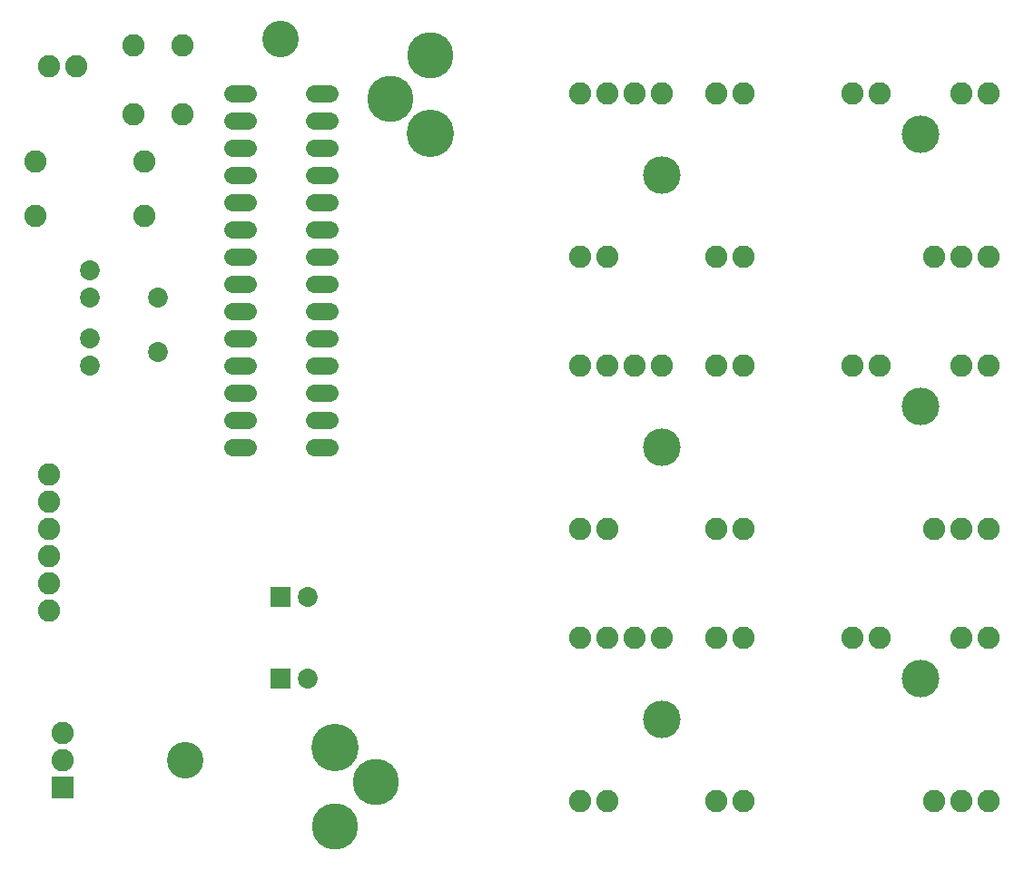
<source format=gts>
G75*
G70*
%OFA0B0*%
%FSLAX24Y24*%
%IPPOS*%
%LPD*%
%AMOC8*
5,1,8,0,0,1.08239X$1,22.5*
%
%ADD10C,0.1340*%
%ADD11C,0.0640*%
%ADD12C,0.0730*%
%ADD13C,0.1740*%
%ADD14C,0.1700*%
%ADD15R,0.0820X0.0820*%
%ADD16C,0.0820*%
%ADD17R,0.0730X0.0730*%
%ADD18C,0.1380*%
D10*
X006601Y005502D03*
X010101Y032002D03*
D11*
X011321Y030002D02*
X011881Y030002D01*
X011881Y029002D02*
X011321Y029002D01*
X011321Y028002D02*
X011881Y028002D01*
X011881Y027002D02*
X011321Y027002D01*
X011321Y026002D02*
X011881Y026002D01*
X011881Y025002D02*
X011321Y025002D01*
X011321Y024002D02*
X011881Y024002D01*
X011881Y023002D02*
X011321Y023002D01*
X011321Y022002D02*
X011881Y022002D01*
X011881Y021002D02*
X011321Y021002D01*
X011321Y020002D02*
X011881Y020002D01*
X011881Y019002D02*
X011321Y019002D01*
X011321Y018002D02*
X011881Y018002D01*
X011881Y017002D02*
X011321Y017002D01*
X008881Y017002D02*
X008321Y017002D01*
X008321Y018002D02*
X008881Y018002D01*
X008881Y019002D02*
X008321Y019002D01*
X008321Y020002D02*
X008881Y020002D01*
X008881Y021002D02*
X008321Y021002D01*
X008321Y022002D02*
X008881Y022002D01*
X008881Y023002D02*
X008321Y023002D01*
X008321Y024002D02*
X008881Y024002D01*
X008881Y025002D02*
X008321Y025002D01*
X008321Y026002D02*
X008881Y026002D01*
X008881Y027002D02*
X008321Y027002D01*
X008321Y028002D02*
X008881Y028002D01*
X008881Y029002D02*
X008321Y029002D01*
X008321Y030002D02*
X008881Y030002D01*
D12*
X003101Y023502D03*
X003101Y022502D03*
X003101Y021002D03*
X003101Y020002D03*
X005601Y020502D03*
X005601Y022502D03*
X011101Y011502D03*
X011101Y008502D03*
D13*
X012101Y005965D03*
X015601Y028538D03*
D14*
X014120Y029789D03*
X015591Y031420D03*
X013582Y004714D03*
X012111Y003083D03*
D15*
X002101Y004502D03*
D16*
X002101Y005502D03*
X002101Y006502D03*
X001601Y011002D03*
X001601Y012002D03*
X001601Y013002D03*
X001601Y014002D03*
X001601Y015002D03*
X001601Y016002D03*
X001101Y025502D03*
X001101Y027502D03*
X004711Y029222D03*
X005101Y027502D03*
X006491Y029222D03*
X006491Y031782D03*
X004711Y031782D03*
X002601Y031002D03*
X001601Y031002D03*
X005101Y025502D03*
X021101Y024002D03*
X022101Y024002D03*
X026101Y024002D03*
X027101Y024002D03*
X027101Y020002D03*
X026101Y020002D03*
X024101Y020002D03*
X023101Y020002D03*
X022101Y020002D03*
X021101Y020002D03*
X021101Y014002D03*
X022101Y014002D03*
X026101Y014002D03*
X027101Y014002D03*
X027101Y010002D03*
X026101Y010002D03*
X024101Y010002D03*
X023101Y010002D03*
X022101Y010002D03*
X021101Y010002D03*
X021101Y004002D03*
X022101Y004002D03*
X026101Y004002D03*
X027101Y004002D03*
X031101Y010002D03*
X032101Y010002D03*
X035101Y010002D03*
X036101Y010002D03*
X036101Y014002D03*
X035101Y014002D03*
X034101Y014002D03*
X035101Y020002D03*
X036101Y020002D03*
X032101Y020002D03*
X031101Y020002D03*
X034101Y024002D03*
X035101Y024002D03*
X036101Y024002D03*
X036101Y030002D03*
X035101Y030002D03*
X032101Y030002D03*
X031101Y030002D03*
X027101Y030002D03*
X026101Y030002D03*
X024101Y030002D03*
X023101Y030002D03*
X022101Y030002D03*
X021101Y030002D03*
X034101Y004002D03*
X035101Y004002D03*
X036101Y004002D03*
D17*
X010101Y008502D03*
X010101Y011502D03*
D18*
X024101Y007002D03*
X033601Y008502D03*
X024101Y017002D03*
X033601Y018502D03*
X024101Y027002D03*
X033601Y028502D03*
M02*

</source>
